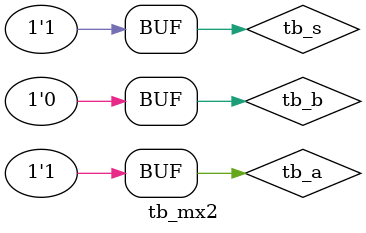
<source format=v>
`timescale 1ns/100ps //Set time units for simulation

module tb_mx2; //testbench for mx2(MUX)
  reg tb_a, tb_b, tb_s;
  wire tb_y;
  
  mx2 _mx(.d0(tb_a), .d1(tb_b), .s(tb_s), .y(tb_y)); //mux module
  
  initial begin
         tb_a = 0; tb_b=1; tb_s=0; //output: 0
	 #10; tb_a = 0; tb_b=1; tb_s=1; //output: 1
	 #10; tb_a = 1; tb_b=0; tb_s=0; //output: 1
	 #10; tb_a = 1; tb_b=0; tb_s=1; //output: 0
	 #10;
	 end
endmodule

</source>
